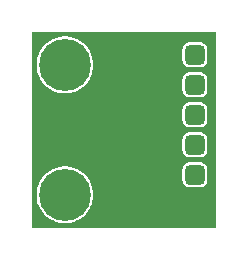
<source format=gbl>
%TF.GenerationSoftware,KiCad,Pcbnew,5.99.0-unknown-dd5676f4bc~131~ubuntu20.04.1*%
%TF.CreationDate,2021-11-28T03:13:37-08:00*%
%TF.ProjectId,breakout,62726561-6b6f-4757-942e-6b696361645f,rev?*%
%TF.SameCoordinates,Original*%
%TF.FileFunction,Copper,L2,Bot*%
%TF.FilePolarity,Positive*%
%FSLAX46Y46*%
G04 Gerber Fmt 4.6, Leading zero omitted, Abs format (unit mm)*
G04 Created by KiCad (PCBNEW 5.99.0-unknown-dd5676f4bc~131~ubuntu20.04.1) date 2021-11-28 03:13:37*
%MOMM*%
%LPD*%
G01*
G04 APERTURE LIST*
G04 Aperture macros list*
%AMRoundRect*
0 Rectangle with rounded corners*
0 $1 Rounding radius*
0 $2 $3 $4 $5 $6 $7 $8 $9 X,Y pos of 4 corners*
0 Add a 4 corners polygon primitive as box body*
4,1,4,$2,$3,$4,$5,$6,$7,$8,$9,$2,$3,0*
0 Add four circle primitives for the rounded corners*
1,1,$1+$1,$2,$3*
1,1,$1+$1,$4,$5*
1,1,$1+$1,$6,$7*
1,1,$1+$1,$8,$9*
0 Add four rect primitives between the rounded corners*
20,1,$1+$1,$2,$3,$4,$5,0*
20,1,$1+$1,$4,$5,$6,$7,0*
20,1,$1+$1,$6,$7,$8,$9,0*
20,1,$1+$1,$8,$9,$2,$3,0*%
G04 Aperture macros list end*
%TA.AperFunction,ComponentPad*%
%ADD10C,4.400000*%
%TD*%
%TA.AperFunction,ComponentPad*%
%ADD11RoundRect,0.425000X-0.425000X-0.425000X0.425000X-0.425000X0.425000X0.425000X-0.425000X0.425000X0*%
%TD*%
G04 APERTURE END LIST*
D10*
%TO.P,REF\u002A\u002A,1*%
%TO.N,N/C*%
X117000000Y-103000000D03*
%TD*%
D11*
%TO.P,J1,1,Pin_1*%
%TO.N,Net-(J1-Pad1)*%
X128000000Y-91150000D03*
%TO.P,J1,2,Pin_2*%
%TO.N,Net-(J1-Pad2)*%
X128000000Y-93690000D03*
%TO.P,J1,3,Pin_3*%
%TO.N,Net-(J1-Pad3)*%
X128000000Y-96230000D03*
%TO.P,J1,4,Pin_4*%
%TO.N,Net-(J1-Pad4)*%
X128000000Y-98770000D03*
%TO.P,J1,5,Pin_5*%
%TO.N,Net-(J1-Pad5)*%
X128000000Y-101310000D03*
%TO.P,J1,6,Pin_6*%
%TO.N,Net-(J1-Pad6)*%
X128000000Y-103850000D03*
%TD*%
D10*
%TO.P,REF\u002A\u002A,1*%
%TO.N,N/C*%
X117000000Y-92000000D03*
%TD*%
%TA.AperFunction,Conductor*%
%TO.N,Net-(J1-Pad6)*%
G36*
X129759191Y-89218907D02*
G01*
X129795155Y-89268407D01*
X129800000Y-89299000D01*
X129800000Y-105701000D01*
X129781093Y-105759191D01*
X129731593Y-105795155D01*
X129701000Y-105800000D01*
X114299000Y-105800000D01*
X114240809Y-105781093D01*
X114204845Y-105731593D01*
X114200000Y-105701000D01*
X114200000Y-103000000D01*
X114594754Y-103000000D01*
X114613720Y-103301457D01*
X114670319Y-103598160D01*
X114671275Y-103601102D01*
X114671277Y-103601110D01*
X114749063Y-103840509D01*
X114763659Y-103885430D01*
X114892267Y-104158736D01*
X115054115Y-104413768D01*
X115246651Y-104646504D01*
X115466838Y-104853274D01*
X115711205Y-105030816D01*
X115713932Y-105032315D01*
X115973174Y-105174836D01*
X115973180Y-105174839D01*
X115975896Y-105176332D01*
X115978784Y-105177475D01*
X115978783Y-105177475D01*
X116253848Y-105286381D01*
X116253851Y-105286382D01*
X116256738Y-105287525D01*
X116259741Y-105288296D01*
X116259747Y-105288298D01*
X116546295Y-105361870D01*
X116549302Y-105362642D01*
X116552383Y-105363031D01*
X116552387Y-105363032D01*
X116651903Y-105375604D01*
X116848973Y-105400500D01*
X117151027Y-105400500D01*
X117348097Y-105375604D01*
X117447613Y-105363032D01*
X117447617Y-105363031D01*
X117450698Y-105362642D01*
X117453705Y-105361870D01*
X117740253Y-105288298D01*
X117740259Y-105288296D01*
X117743262Y-105287525D01*
X117746149Y-105286382D01*
X117746152Y-105286381D01*
X118021217Y-105177475D01*
X118021216Y-105177475D01*
X118024104Y-105176332D01*
X118026820Y-105174839D01*
X118026826Y-105174836D01*
X118286068Y-105032315D01*
X118288795Y-105030816D01*
X118533162Y-104853274D01*
X118753349Y-104646504D01*
X118945885Y-104413768D01*
X119107733Y-104158736D01*
X119236341Y-103885430D01*
X119250937Y-103840509D01*
X119328723Y-103601110D01*
X119328725Y-103601102D01*
X119329681Y-103598160D01*
X119386280Y-103301457D01*
X119405246Y-103000000D01*
X119386280Y-102698543D01*
X119329681Y-102401840D01*
X119328725Y-102398898D01*
X119328723Y-102398890D01*
X119237303Y-102117531D01*
X119236341Y-102114570D01*
X119107733Y-101841264D01*
X118945885Y-101586232D01*
X118753349Y-101353496D01*
X118533162Y-101146726D01*
X118288795Y-100969184D01*
X118208014Y-100924774D01*
X118026826Y-100825164D01*
X118026820Y-100825161D01*
X118024104Y-100823668D01*
X118019479Y-100821837D01*
X126949500Y-100821837D01*
X126949501Y-101798162D01*
X126952291Y-101833627D01*
X126996382Y-101985390D01*
X127076830Y-102121420D01*
X127188580Y-102233170D01*
X127324610Y-102313618D01*
X127330591Y-102315356D01*
X127330592Y-102315356D01*
X127471515Y-102356298D01*
X127471518Y-102356299D01*
X127476373Y-102357709D01*
X127481413Y-102358106D01*
X127481415Y-102358106D01*
X127496891Y-102359324D01*
X127511837Y-102360500D01*
X127999874Y-102360500D01*
X128488162Y-102360499D01*
X128490106Y-102360346D01*
X128490108Y-102360346D01*
X128518586Y-102358106D01*
X128518590Y-102358105D01*
X128523627Y-102357709D01*
X128675390Y-102313618D01*
X128811420Y-102233170D01*
X128923170Y-102121420D01*
X129003618Y-101985390D01*
X129005356Y-101979408D01*
X129046298Y-101838485D01*
X129046299Y-101838482D01*
X129047709Y-101833627D01*
X129050500Y-101798163D01*
X129050499Y-100821838D01*
X129047709Y-100786373D01*
X129003618Y-100634610D01*
X128923170Y-100498580D01*
X128811420Y-100386830D01*
X128675390Y-100306382D01*
X128669408Y-100304644D01*
X128528485Y-100263702D01*
X128528482Y-100263701D01*
X128523627Y-100262291D01*
X128518587Y-100261894D01*
X128518585Y-100261894D01*
X128503109Y-100260676D01*
X128488163Y-100259500D01*
X128000126Y-100259500D01*
X127511838Y-100259501D01*
X127509894Y-100259654D01*
X127509892Y-100259654D01*
X127481414Y-100261894D01*
X127481410Y-100261895D01*
X127476373Y-100262291D01*
X127324610Y-100306382D01*
X127188580Y-100386830D01*
X127076830Y-100498580D01*
X126996382Y-100634610D01*
X126952291Y-100786373D01*
X126949500Y-100821837D01*
X118019479Y-100821837D01*
X117942640Y-100791414D01*
X117746152Y-100713619D01*
X117746149Y-100713618D01*
X117743262Y-100712475D01*
X117740259Y-100711704D01*
X117740253Y-100711702D01*
X117453705Y-100638130D01*
X117453704Y-100638130D01*
X117450698Y-100637358D01*
X117447617Y-100636969D01*
X117447613Y-100636968D01*
X117348097Y-100624396D01*
X117151027Y-100599500D01*
X116848973Y-100599500D01*
X116651903Y-100624396D01*
X116552387Y-100636968D01*
X116552383Y-100636969D01*
X116549302Y-100637358D01*
X116546296Y-100638130D01*
X116546295Y-100638130D01*
X116259747Y-100711702D01*
X116259741Y-100711704D01*
X116256738Y-100712475D01*
X116253851Y-100713618D01*
X116253848Y-100713619D01*
X116057360Y-100791414D01*
X115975896Y-100823668D01*
X115973180Y-100825161D01*
X115973174Y-100825164D01*
X115791986Y-100924774D01*
X115711205Y-100969184D01*
X115466838Y-101146726D01*
X115246651Y-101353496D01*
X115054115Y-101586232D01*
X114892267Y-101841264D01*
X114763659Y-102114570D01*
X114762697Y-102117531D01*
X114671277Y-102398890D01*
X114671275Y-102398898D01*
X114670319Y-102401840D01*
X114613720Y-102698543D01*
X114594754Y-103000000D01*
X114200000Y-103000000D01*
X114200000Y-98281837D01*
X126949500Y-98281837D01*
X126949501Y-99258162D01*
X126952291Y-99293627D01*
X126996382Y-99445390D01*
X127076830Y-99581420D01*
X127188580Y-99693170D01*
X127324610Y-99773618D01*
X127330591Y-99775356D01*
X127330592Y-99775356D01*
X127471515Y-99816298D01*
X127471518Y-99816299D01*
X127476373Y-99817709D01*
X127481413Y-99818106D01*
X127481415Y-99818106D01*
X127496891Y-99819324D01*
X127511837Y-99820500D01*
X127999874Y-99820500D01*
X128488162Y-99820499D01*
X128490106Y-99820346D01*
X128490108Y-99820346D01*
X128518586Y-99818106D01*
X128518590Y-99818105D01*
X128523627Y-99817709D01*
X128675390Y-99773618D01*
X128811420Y-99693170D01*
X128923170Y-99581420D01*
X129003618Y-99445390D01*
X129047709Y-99293627D01*
X129050500Y-99258163D01*
X129050499Y-98281838D01*
X129047709Y-98246373D01*
X129003618Y-98094610D01*
X128923170Y-97958580D01*
X128811420Y-97846830D01*
X128675390Y-97766382D01*
X128669408Y-97764644D01*
X128528485Y-97723702D01*
X128528482Y-97723701D01*
X128523627Y-97722291D01*
X128518587Y-97721894D01*
X128518585Y-97721894D01*
X128503109Y-97720676D01*
X128488163Y-97719500D01*
X128000126Y-97719500D01*
X127511838Y-97719501D01*
X127509894Y-97719654D01*
X127509892Y-97719654D01*
X127481414Y-97721894D01*
X127481410Y-97721895D01*
X127476373Y-97722291D01*
X127324610Y-97766382D01*
X127188580Y-97846830D01*
X127076830Y-97958580D01*
X126996382Y-98094610D01*
X126952291Y-98246373D01*
X126949500Y-98281837D01*
X114200000Y-98281837D01*
X114200000Y-95741837D01*
X126949500Y-95741837D01*
X126949501Y-96718162D01*
X126952291Y-96753627D01*
X126996382Y-96905390D01*
X127076830Y-97041420D01*
X127188580Y-97153170D01*
X127324610Y-97233618D01*
X127330591Y-97235356D01*
X127330592Y-97235356D01*
X127471515Y-97276298D01*
X127471518Y-97276299D01*
X127476373Y-97277709D01*
X127481413Y-97278106D01*
X127481415Y-97278106D01*
X127496891Y-97279324D01*
X127511837Y-97280500D01*
X127999874Y-97280500D01*
X128488162Y-97280499D01*
X128490106Y-97280346D01*
X128490108Y-97280346D01*
X128518586Y-97278106D01*
X128518590Y-97278105D01*
X128523627Y-97277709D01*
X128675390Y-97233618D01*
X128811420Y-97153170D01*
X128923170Y-97041420D01*
X129003618Y-96905390D01*
X129047709Y-96753627D01*
X129050500Y-96718163D01*
X129050499Y-95741838D01*
X129047709Y-95706373D01*
X129003618Y-95554610D01*
X128923170Y-95418580D01*
X128811420Y-95306830D01*
X128675390Y-95226382D01*
X128669408Y-95224644D01*
X128528485Y-95183702D01*
X128528482Y-95183701D01*
X128523627Y-95182291D01*
X128518587Y-95181894D01*
X128518585Y-95181894D01*
X128503109Y-95180676D01*
X128488163Y-95179500D01*
X128000126Y-95179500D01*
X127511838Y-95179501D01*
X127509894Y-95179654D01*
X127509892Y-95179654D01*
X127481414Y-95181894D01*
X127481410Y-95181895D01*
X127476373Y-95182291D01*
X127324610Y-95226382D01*
X127188580Y-95306830D01*
X127076830Y-95418580D01*
X126996382Y-95554610D01*
X126952291Y-95706373D01*
X126949500Y-95741837D01*
X114200000Y-95741837D01*
X114200000Y-92000000D01*
X114594754Y-92000000D01*
X114594949Y-92003099D01*
X114607359Y-92200347D01*
X114613720Y-92301457D01*
X114670319Y-92598160D01*
X114671275Y-92601102D01*
X114671277Y-92601110D01*
X114724092Y-92763657D01*
X114763659Y-92885430D01*
X114892267Y-93158736D01*
X115054115Y-93413768D01*
X115246651Y-93646504D01*
X115466838Y-93853274D01*
X115711205Y-94030816D01*
X115713932Y-94032315D01*
X115973174Y-94174836D01*
X115973180Y-94174839D01*
X115975896Y-94176332D01*
X115978784Y-94177475D01*
X115978783Y-94177475D01*
X116253848Y-94286381D01*
X116253851Y-94286382D01*
X116256738Y-94287525D01*
X116259741Y-94288296D01*
X116259747Y-94288298D01*
X116536706Y-94359408D01*
X116549302Y-94362642D01*
X116552383Y-94363031D01*
X116552387Y-94363032D01*
X116651903Y-94375604D01*
X116848973Y-94400500D01*
X117151027Y-94400500D01*
X117348097Y-94375604D01*
X117447613Y-94363032D01*
X117447617Y-94363031D01*
X117450698Y-94362642D01*
X117463294Y-94359408D01*
X117740253Y-94288298D01*
X117740259Y-94288296D01*
X117743262Y-94287525D01*
X117746149Y-94286382D01*
X117746152Y-94286381D01*
X118021217Y-94177475D01*
X118021216Y-94177475D01*
X118024104Y-94176332D01*
X118026820Y-94174839D01*
X118026826Y-94174836D01*
X118286068Y-94032315D01*
X118288795Y-94030816D01*
X118533162Y-93853274D01*
X118753349Y-93646504D01*
X118945885Y-93413768D01*
X119080380Y-93201837D01*
X126949500Y-93201837D01*
X126949501Y-94178162D01*
X126952291Y-94213627D01*
X126996382Y-94365390D01*
X127076830Y-94501420D01*
X127188580Y-94613170D01*
X127324610Y-94693618D01*
X127330591Y-94695356D01*
X127330592Y-94695356D01*
X127471515Y-94736298D01*
X127471518Y-94736299D01*
X127476373Y-94737709D01*
X127481413Y-94738106D01*
X127481415Y-94738106D01*
X127496891Y-94739324D01*
X127511837Y-94740500D01*
X127999874Y-94740500D01*
X128488162Y-94740499D01*
X128490106Y-94740346D01*
X128490108Y-94740346D01*
X128518586Y-94738106D01*
X128518590Y-94738105D01*
X128523627Y-94737709D01*
X128675390Y-94693618D01*
X128811420Y-94613170D01*
X128923170Y-94501420D01*
X129003618Y-94365390D01*
X129047709Y-94213627D01*
X129050500Y-94178163D01*
X129050499Y-93201838D01*
X129047709Y-93166373D01*
X129003618Y-93014610D01*
X128923170Y-92878580D01*
X128811420Y-92766830D01*
X128675390Y-92686382D01*
X128669408Y-92684644D01*
X128528485Y-92643702D01*
X128528482Y-92643701D01*
X128523627Y-92642291D01*
X128518587Y-92641894D01*
X128518585Y-92641894D01*
X128503109Y-92640676D01*
X128488163Y-92639500D01*
X128000126Y-92639500D01*
X127511838Y-92639501D01*
X127509894Y-92639654D01*
X127509892Y-92639654D01*
X127481414Y-92641894D01*
X127481410Y-92641895D01*
X127476373Y-92642291D01*
X127324610Y-92686382D01*
X127188580Y-92766830D01*
X127076830Y-92878580D01*
X126996382Y-93014610D01*
X126994644Y-93020591D01*
X126994644Y-93020592D01*
X126953746Y-93161366D01*
X126952291Y-93166373D01*
X126949500Y-93201837D01*
X119080380Y-93201837D01*
X119107733Y-93158736D01*
X119236341Y-92885430D01*
X119275908Y-92763657D01*
X119328723Y-92601110D01*
X119328725Y-92601102D01*
X119329681Y-92598160D01*
X119386280Y-92301457D01*
X119392642Y-92200347D01*
X119405051Y-92003099D01*
X119405246Y-92000000D01*
X119386280Y-91698543D01*
X119329681Y-91401840D01*
X119328725Y-91398898D01*
X119328723Y-91398890D01*
X119237303Y-91117531D01*
X119236341Y-91114570D01*
X119107733Y-90841264D01*
X118993865Y-90661837D01*
X126949500Y-90661837D01*
X126949501Y-91638162D01*
X126952291Y-91673627D01*
X126996382Y-91825390D01*
X127076830Y-91961420D01*
X127188580Y-92073170D01*
X127324610Y-92153618D01*
X127330591Y-92155356D01*
X127330592Y-92155356D01*
X127471515Y-92196298D01*
X127471518Y-92196299D01*
X127476373Y-92197709D01*
X127481413Y-92198106D01*
X127481415Y-92198106D01*
X127496891Y-92199324D01*
X127511837Y-92200500D01*
X127999874Y-92200500D01*
X128488162Y-92200499D01*
X128490106Y-92200346D01*
X128490108Y-92200346D01*
X128518586Y-92198106D01*
X128518590Y-92198105D01*
X128523627Y-92197709D01*
X128675390Y-92153618D01*
X128811420Y-92073170D01*
X128923170Y-91961420D01*
X129003618Y-91825390D01*
X129039567Y-91701652D01*
X129046298Y-91678485D01*
X129046299Y-91678482D01*
X129047709Y-91673627D01*
X129050500Y-91638163D01*
X129050499Y-90661838D01*
X129047709Y-90626373D01*
X129003618Y-90474610D01*
X128923170Y-90338580D01*
X128811420Y-90226830D01*
X128675390Y-90146382D01*
X128669408Y-90144644D01*
X128528485Y-90103702D01*
X128528482Y-90103701D01*
X128523627Y-90102291D01*
X128518587Y-90101894D01*
X128518585Y-90101894D01*
X128503109Y-90100676D01*
X128488163Y-90099500D01*
X128000126Y-90099500D01*
X127511838Y-90099501D01*
X127509894Y-90099654D01*
X127509892Y-90099654D01*
X127481414Y-90101894D01*
X127481410Y-90101895D01*
X127476373Y-90102291D01*
X127324610Y-90146382D01*
X127188580Y-90226830D01*
X127076830Y-90338580D01*
X126996382Y-90474610D01*
X126952291Y-90626373D01*
X126949500Y-90661837D01*
X118993865Y-90661837D01*
X118945885Y-90586232D01*
X118753349Y-90353496D01*
X118533162Y-90146726D01*
X118530297Y-90144644D01*
X118468161Y-90099500D01*
X118288795Y-89969184D01*
X118208014Y-89924774D01*
X118026826Y-89825164D01*
X118026820Y-89825161D01*
X118024104Y-89823668D01*
X117978735Y-89805705D01*
X117746152Y-89713619D01*
X117746149Y-89713618D01*
X117743262Y-89712475D01*
X117740259Y-89711704D01*
X117740253Y-89711702D01*
X117453705Y-89638130D01*
X117453704Y-89638130D01*
X117450698Y-89637358D01*
X117447617Y-89636969D01*
X117447613Y-89636968D01*
X117348097Y-89624396D01*
X117151027Y-89599500D01*
X116848973Y-89599500D01*
X116651903Y-89624396D01*
X116552387Y-89636968D01*
X116552383Y-89636969D01*
X116549302Y-89637358D01*
X116546296Y-89638130D01*
X116546295Y-89638130D01*
X116259747Y-89711702D01*
X116259741Y-89711704D01*
X116256738Y-89712475D01*
X116253851Y-89713618D01*
X116253848Y-89713619D01*
X116021265Y-89805705D01*
X115975896Y-89823668D01*
X115973180Y-89825161D01*
X115973174Y-89825164D01*
X115791986Y-89924774D01*
X115711205Y-89969184D01*
X115531839Y-90099500D01*
X115469704Y-90144644D01*
X115466838Y-90146726D01*
X115246651Y-90353496D01*
X115054115Y-90586232D01*
X114892267Y-90841264D01*
X114763659Y-91114570D01*
X114762697Y-91117531D01*
X114671277Y-91398890D01*
X114671275Y-91398898D01*
X114670319Y-91401840D01*
X114613720Y-91698543D01*
X114594754Y-92000000D01*
X114200000Y-92000000D01*
X114200000Y-89299000D01*
X114218907Y-89240809D01*
X114268407Y-89204845D01*
X114299000Y-89200000D01*
X129701000Y-89200000D01*
X129759191Y-89218907D01*
G37*
%TD.AperFunction*%
%TD*%
M02*

</source>
